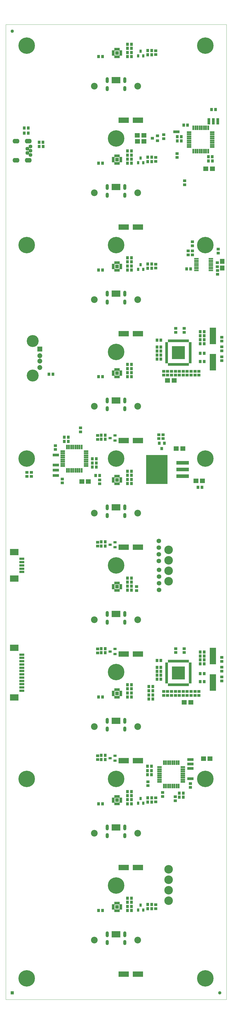
<source format=gbr>
%FSLAX35Y35*%
%MOIN*%
G04 EasyPC Gerber Version 18.0.8 Build 3632 *
%ADD157O,0.04937X0.07693*%
%ADD156O,0.04937X0.08874*%
%ADD122R,0.02102X0.04150*%
%ADD155R,0.02575X0.09661*%
%ADD133R,0.02969X0.06906*%
%ADD126R,0.03362X0.04543*%
%ADD136R,0.04150X0.04543*%
%ADD128R,0.04150X0.04937*%
%ADD140R,0.04150X0.09661*%
%ADD134R,0.06906X0.07299*%
%ADD131R,0.09268X0.24622*%
%ADD152R,0.32102X0.43520*%
%ADD150R,0.04937X0.04937*%
%ADD154O,0.10449X0.06906*%
%ADD123R,0.04150X0.02102*%
%ADD159R,0.06512X0.02378*%
%ADD132R,0.06906X0.02969*%
%ADD135R,0.04543X0.03362*%
%ADD137R,0.07299X0.03756*%
%ADD139R,0.04543X0.04150*%
%ADD130R,0.04937X0.04150*%
%ADD83R,0.09661X0.04150*%
%ADD151R,0.19110X0.05331*%
%ADD125R,0.05724X0.05724*%
%ADD76R,0.07299X0.07299*%
%ADD124R,0.19504X0.19504*%
%ADD10C,0.00472*%
%ADD75C,0.03756*%
%ADD74C,0.04150*%
%ADD121C,0.04937*%
%ADD153C,0.05724*%
%ADD80C,0.06906*%
%ADD77C,0.07299*%
%ADD158C,0.10055*%
%ADD79C,0.12811*%
%ADD78C,0.17929*%
%ADD81C,0.24622*%
%ADD129R,0.07299X0.06906*%
%ADD127R,0.15173X0.08087*%
%ADD138R,0.12811X0.09268*%
X0Y0D02*
D02*
D10*
X78745Y177195D02*
X409454D01*
Y1637038*
X78745*
Y177195*
D02*
D74*
X330512Y659055D03*
Y663780D03*
Y668504D03*
Y673228D03*
Y1138583D03*
Y1143307D03*
Y1148031D03*
Y1152756D03*
X335236Y659055D03*
Y663780D03*
Y668504D03*
Y673228D03*
Y1138583D03*
Y1143307D03*
Y1148031D03*
Y1152756D03*
X339961Y659055D03*
Y663780D03*
Y668504D03*
Y673228D03*
Y1138583D03*
Y1143307D03*
Y1148031D03*
Y1152756D03*
X344685Y659055D03*
Y663780D03*
Y668504D03*
Y673228D03*
Y1138583D03*
Y1143307D03*
Y1148031D03*
Y1152756D03*
D02*
D75*
X245630Y315787D03*
Y475630D03*
Y635472D03*
Y795315D03*
Y955157D03*
Y1115000D03*
Y1274843D03*
Y1434685D03*
Y1594528D03*
D02*
D76*
X129795Y1150984D03*
D02*
D77*
Y1123425D03*
Y1133268D03*
Y1141142D03*
D02*
D78*
X119126Y1111339D03*
Y1163071D03*
D02*
D79*
X322835Y325236D03*
Y340827D03*
Y356417D03*
Y372008D03*
Y803583D03*
Y819173D03*
Y834764D03*
Y850354D03*
D02*
D80*
X308268Y833819D03*
Y843819D03*
Y853819D03*
Y863819D03*
X308465Y790512D03*
Y800512D03*
Y810512D03*
Y820512D03*
D02*
D81*
X110236Y208661D03*
Y507480D03*
Y987008D03*
Y1306693D03*
Y1605512D03*
X244094Y347638D03*
Y507480D03*
Y667323D03*
Y827165D03*
Y987008D03*
Y1146850D03*
Y1306693D03*
Y1466535D03*
X377953Y208661D03*
Y507480D03*
Y987008D03*
Y1306693D03*
Y1605512D03*
D02*
D83*
X153740Y961811D03*
Y969685D03*
Y977559D03*
Y992402D03*
X334685Y1476457D03*
X355709Y507638D03*
Y523228D03*
Y529921D03*
Y536614D03*
D02*
D121*
X88583Y1627165D03*
X399606Y187008D03*
D02*
D122*
X242677Y310177D03*
Y321398D03*
Y470020D03*
Y481240D03*
Y629862D03*
Y641083D03*
Y789705D03*
Y800925D03*
Y949547D03*
Y960768D03*
Y1109390D03*
Y1120610D03*
Y1269232D03*
Y1280453D03*
Y1429075D03*
Y1440295D03*
Y1588917D03*
Y1600138D03*
X244646Y310177D03*
Y321398D03*
Y470020D03*
Y481240D03*
Y629862D03*
Y641083D03*
Y789705D03*
Y800925D03*
Y949547D03*
Y960768D03*
Y1109390D03*
Y1120610D03*
Y1269232D03*
Y1280453D03*
Y1429075D03*
Y1440295D03*
Y1588917D03*
Y1600138D03*
X246614Y310177D03*
Y321398D03*
Y470020D03*
Y481240D03*
Y629862D03*
Y641083D03*
Y789705D03*
Y800925D03*
Y949547D03*
Y960768D03*
Y1109390D03*
Y1120610D03*
Y1269232D03*
Y1280453D03*
Y1429075D03*
Y1440295D03*
Y1588917D03*
Y1600138D03*
X248583Y310177D03*
Y321398D03*
Y470020D03*
Y481240D03*
Y629862D03*
Y641083D03*
Y789705D03*
Y800925D03*
Y949547D03*
Y960768D03*
Y1109390D03*
Y1120610D03*
Y1269232D03*
Y1280453D03*
Y1429075D03*
Y1440295D03*
Y1588917D03*
Y1600138D03*
X322835Y648425D03*
Y683858D03*
Y1127953D03*
Y1163386D03*
X324803Y648425D03*
Y683858D03*
Y1127953D03*
Y1163386D03*
X326772Y648425D03*
Y683858D03*
Y1127953D03*
Y1163386D03*
X328740Y648425D03*
Y683858D03*
Y1127953D03*
Y1163386D03*
X330709Y648425D03*
Y683858D03*
Y1127953D03*
Y1163386D03*
X332677Y648425D03*
Y683858D03*
Y1127953D03*
Y1163386D03*
X334646Y648425D03*
Y683858D03*
Y1127953D03*
Y1163386D03*
X336614Y648425D03*
Y683858D03*
Y1127953D03*
Y1163386D03*
X338583Y648425D03*
Y683858D03*
Y1127953D03*
Y1163386D03*
X340551Y648425D03*
Y683858D03*
Y1127953D03*
Y1163386D03*
X342520Y648425D03*
Y683858D03*
Y1127953D03*
Y1163386D03*
X344488Y648425D03*
Y683858D03*
Y1127953D03*
Y1163386D03*
X346457Y648425D03*
Y683858D03*
Y1127953D03*
Y1163386D03*
X348425Y648425D03*
Y683858D03*
Y1127953D03*
Y1163386D03*
X350394Y648425D03*
Y683858D03*
Y1127953D03*
Y1163386D03*
X352362Y648425D03*
Y683858D03*
Y1127953D03*
Y1163386D03*
D02*
D123*
X240020Y312835D03*
Y314803D03*
Y316772D03*
Y318740D03*
Y472677D03*
Y474646D03*
Y476614D03*
Y478583D03*
Y632520D03*
Y634488D03*
Y636457D03*
Y638425D03*
Y792362D03*
Y794331D03*
Y796299D03*
Y798268D03*
Y952205D03*
Y954173D03*
Y956142D03*
Y958110D03*
Y1112047D03*
Y1114016D03*
Y1115984D03*
Y1117953D03*
Y1271890D03*
Y1273858D03*
Y1275827D03*
Y1277795D03*
Y1431732D03*
Y1433701D03*
Y1435669D03*
Y1437638D03*
Y1591575D03*
Y1593543D03*
Y1595512D03*
Y1597480D03*
X251240Y312835D03*
Y314803D03*
Y316772D03*
Y318740D03*
Y472677D03*
Y474646D03*
Y476614D03*
Y478583D03*
Y632520D03*
Y634488D03*
Y636457D03*
Y638425D03*
Y792362D03*
Y794331D03*
Y796299D03*
Y798268D03*
Y952205D03*
Y954173D03*
Y956142D03*
Y958110D03*
Y1112047D03*
Y1114016D03*
Y1115984D03*
Y1117953D03*
Y1271890D03*
Y1273858D03*
Y1275827D03*
Y1277795D03*
Y1431732D03*
Y1433701D03*
Y1435669D03*
Y1437638D03*
Y1591575D03*
Y1593543D03*
Y1595512D03*
Y1597480D03*
X319882Y651378D03*
Y653346D03*
Y655315D03*
Y657283D03*
Y659252D03*
Y661220D03*
Y663189D03*
Y665157D03*
Y667126D03*
Y669094D03*
Y671063D03*
Y673031D03*
Y675000D03*
Y676969D03*
Y678937D03*
Y680906D03*
Y1130906D03*
Y1132874D03*
Y1134843D03*
Y1136811D03*
Y1138780D03*
Y1140748D03*
Y1142717D03*
Y1144685D03*
Y1146654D03*
Y1148622D03*
Y1150591D03*
Y1152559D03*
Y1154528D03*
Y1156496D03*
Y1158465D03*
Y1160433D03*
X355315Y651378D03*
Y653346D03*
Y655315D03*
Y657283D03*
Y659252D03*
Y661220D03*
Y663189D03*
Y665157D03*
Y667126D03*
Y669094D03*
Y671063D03*
Y673031D03*
Y675000D03*
Y676969D03*
Y678937D03*
Y680906D03*
Y1130906D03*
Y1132874D03*
Y1134843D03*
Y1136811D03*
Y1138780D03*
Y1140748D03*
Y1142717D03*
Y1144685D03*
Y1146654D03*
Y1148622D03*
Y1150591D03*
Y1152559D03*
Y1154528D03*
Y1156496D03*
Y1158465D03*
Y1160433D03*
D02*
D124*
X337598Y666142D03*
Y1145669D03*
D02*
D125*
X245630Y315787D03*
Y475630D03*
Y635472D03*
Y795315D03*
Y955157D03*
Y1115000D03*
Y1274843D03*
Y1434685D03*
Y1594528D03*
D02*
D126*
X277283Y311260D03*
Y471102D03*
Y1270315D03*
Y1430157D03*
Y1590000D03*
X281024Y318346D03*
Y478189D03*
Y1277402D03*
Y1437244D03*
Y1597087D03*
X284764Y311260D03*
Y471102D03*
Y1270315D03*
Y1430157D03*
Y1590000D03*
D02*
D127*
X255669Y215039D03*
Y374882D03*
Y534724D03*
Y694567D03*
Y854409D03*
Y1014252D03*
Y1174094D03*
Y1333937D03*
Y1493780D03*
X276929Y215039D03*
Y374882D03*
Y534724D03*
Y694567D03*
Y854409D03*
Y1014252D03*
Y1174094D03*
Y1333937D03*
Y1493780D03*
D02*
D128*
X106654Y1474291D03*
Y1482047D03*
X112559Y1474291D03*
Y1482047D03*
X128819Y1460709D03*
X128898Y1454370D03*
X134724Y1460709D03*
X134803Y1454370D03*
X143504Y1113583D03*
X149409D03*
X166614Y1018976D03*
X166693Y1012874D03*
X172520Y1018976D03*
X172598Y1012874D03*
X208583Y986693D03*
X208622Y974370D03*
Y980512D03*
X213543Y961890D03*
X214488Y986693D03*
X214528Y974370D03*
Y980512D03*
X218031Y310433D03*
Y470276D03*
Y630118D03*
Y1109646D03*
Y1269488D03*
Y1429331D03*
Y1589173D03*
X219449Y961890D03*
X221969Y536535D03*
Y542717D03*
Y696378D03*
Y702559D03*
Y856220D03*
Y862402D03*
Y1016063D03*
Y1022244D03*
X223937Y310433D03*
Y470276D03*
Y630118D03*
Y1109646D03*
Y1269488D03*
Y1429331D03*
Y1589173D03*
X227874Y536535D03*
Y542717D03*
Y696378D03*
Y702559D03*
Y856220D03*
Y862402D03*
Y1016063D03*
Y1022244D03*
X261260Y310433D03*
Y316535D03*
Y322638D03*
Y328740D03*
Y470276D03*
Y476378D03*
Y482480D03*
Y488583D03*
Y630118D03*
Y636220D03*
Y642323D03*
Y648425D03*
Y789961D03*
Y796063D03*
Y802165D03*
Y808268D03*
Y949803D03*
Y955906D03*
Y962008D03*
Y968110D03*
Y1109646D03*
Y1115748D03*
Y1121850D03*
Y1127953D03*
Y1269488D03*
Y1275591D03*
Y1281693D03*
Y1287795D03*
Y1429331D03*
Y1435433D03*
Y1441535D03*
Y1447638D03*
Y1589173D03*
Y1595276D03*
Y1601378D03*
Y1607480D03*
X267165Y310433D03*
Y316535D03*
Y322638D03*
Y328740D03*
Y470276D03*
Y476378D03*
Y482480D03*
Y488583D03*
Y630118D03*
Y636220D03*
Y642323D03*
Y648425D03*
Y789961D03*
Y796063D03*
Y802165D03*
Y808268D03*
Y949803D03*
Y955906D03*
Y962008D03*
Y968110D03*
Y1109646D03*
Y1115748D03*
Y1121850D03*
Y1127953D03*
Y1269488D03*
Y1275591D03*
Y1281693D03*
Y1287795D03*
Y1429331D03*
Y1435433D03*
Y1441535D03*
Y1447638D03*
Y1589173D03*
Y1595276D03*
Y1601378D03*
Y1607480D03*
X291220Y513701D03*
Y519764D03*
Y526378D03*
X291535Y312992D03*
Y319409D03*
Y472835D03*
Y479252D03*
Y1272047D03*
Y1278465D03*
Y1431890D03*
Y1438307D03*
Y1591732D03*
Y1598150D03*
X293307Y626969D03*
Y633268D03*
Y639567D03*
Y645866D03*
X297126Y513701D03*
Y519764D03*
Y526378D03*
X297441Y312992D03*
Y319409D03*
Y472835D03*
Y479252D03*
Y1272047D03*
Y1278465D03*
Y1431890D03*
Y1438307D03*
Y1591732D03*
Y1598150D03*
X299213Y626969D03*
Y633268D03*
Y639567D03*
Y645866D03*
X305394Y656732D03*
Y662638D03*
Y668543D03*
Y674449D03*
Y684803D03*
Y1136260D03*
Y1142165D03*
Y1148071D03*
Y1153976D03*
Y1164331D03*
X311299Y656732D03*
Y662638D03*
Y668543D03*
Y674449D03*
Y684803D03*
Y1136260D03*
Y1142165D03*
Y1148071D03*
Y1153976D03*
Y1164331D03*
X335866Y1462913D03*
Y1469213D03*
X338976Y480157D03*
Y486220D03*
X341772Y1462913D03*
Y1469213D03*
X344882Y480157D03*
Y486220D03*
X345472Y1486339D03*
X350000Y1271260D03*
X351378Y1486339D03*
X355906Y1271260D03*
X366969Y944016D03*
X370276Y653071D03*
Y665236D03*
Y679724D03*
Y685630D03*
Y691535D03*
Y697441D03*
Y1132598D03*
Y1144764D03*
Y1159252D03*
Y1165157D03*
Y1171063D03*
Y1176969D03*
X372874Y944016D03*
X376181Y653071D03*
Y665236D03*
Y679724D03*
Y685630D03*
Y691535D03*
Y697441D03*
Y1132598D03*
Y1144764D03*
Y1159252D03*
Y1165157D03*
Y1171063D03*
Y1176969D03*
X382480Y1439213D03*
X382598Y1432874D03*
X387323Y1509803D03*
X388386Y1439213D03*
X388504Y1432874D03*
X393228Y1509803D03*
D02*
D129*
X192795Y952677D03*
X202638D03*
X275945Y1471220D03*
X276181Y1462244D03*
X285787Y1471220D03*
X286024Y1462244D03*
X321339Y1104055D03*
X331181D03*
X334252Y1002165D03*
X344094D03*
X346339Y622205D03*
X356181D03*
X363740Y953701D03*
X373583D03*
X375079Y537913D03*
X378701Y1421181D03*
X384921Y537913D03*
X388543Y1421181D03*
D02*
D130*
X110394Y960551D03*
Y966457D03*
X117165Y960551D03*
Y966457D03*
X153150Y1000709D03*
Y1006614D03*
X163622Y950669D03*
Y956575D03*
X190787Y1027047D03*
Y1032953D03*
X216417Y536339D03*
Y542244D03*
Y696181D03*
Y702087D03*
Y856024D03*
Y861929D03*
Y1015866D03*
Y1021772D03*
X219488Y949331D03*
Y955236D03*
X274961Y789488D03*
Y795394D03*
X291929Y497362D03*
Y503268D03*
X303465Y313228D03*
Y319134D03*
Y473071D03*
Y478976D03*
Y1272283D03*
Y1278189D03*
Y1432126D03*
Y1438031D03*
Y1591969D03*
Y1597874D03*
X308307Y1016969D03*
Y1022874D03*
X314016Y481142D03*
Y487047D03*
X314567Y1017008D03*
Y1022913D03*
X315433Y632441D03*
Y638346D03*
Y1111969D03*
Y1117874D03*
X315709Y1466181D03*
Y1472087D03*
X321339Y632441D03*
Y638346D03*
Y1111969D03*
Y1117874D03*
X327244Y632441D03*
Y638346D03*
Y1111969D03*
Y1117874D03*
X332953Y474921D03*
Y480827D03*
X333150Y632441D03*
Y638346D03*
Y1111969D03*
Y1117874D03*
X333583Y696654D03*
Y702559D03*
Y1176181D03*
Y1182087D03*
X335551Y1437992D03*
Y1443898D03*
X339055Y632441D03*
Y638346D03*
Y1111969D03*
Y1117874D03*
X344961Y632441D03*
Y638346D03*
Y1111969D03*
Y1117874D03*
X346142Y696654D03*
Y702559D03*
Y1176181D03*
Y1182087D03*
X346969Y1397126D03*
Y1403031D03*
X350669Y632441D03*
Y638346D03*
Y1111969D03*
Y1117874D03*
X352087Y1292244D03*
Y1298150D03*
X355669Y494685D03*
Y500591D03*
X356575Y632441D03*
Y638346D03*
Y1111969D03*
Y1117874D03*
X358465Y1305827D03*
Y1311732D03*
X358504Y1292244D03*
Y1298150D03*
X362480Y632441D03*
Y638346D03*
Y1111969D03*
Y1117874D03*
X368386Y632441D03*
Y638346D03*
Y1111969D03*
Y1117874D03*
X395866Y1274449D03*
Y1280354D03*
X396063Y1262953D03*
Y1268858D03*
X397205Y1294921D03*
Y1300827D03*
X402638Y654094D03*
Y660000D03*
Y668858D03*
Y674764D03*
Y683425D03*
Y689331D03*
Y1133622D03*
Y1139528D03*
Y1148386D03*
Y1154291D03*
Y1162953D03*
Y1168858D03*
D02*
D131*
X389094Y651929D03*
Y691299D03*
Y1131457D03*
Y1170827D03*
D02*
D132*
X164272Y976063D03*
Y979213D03*
Y982362D03*
Y985512D03*
Y988661D03*
Y991811D03*
Y994961D03*
Y998110D03*
X199114Y976063D03*
Y979213D03*
Y982362D03*
Y985512D03*
Y988661D03*
Y991811D03*
Y994961D03*
Y998110D03*
X309311Y502992D03*
Y506142D03*
Y509291D03*
Y512441D03*
Y515591D03*
Y518740D03*
Y521890D03*
Y525039D03*
X344154Y502992D03*
Y506142D03*
Y509291D03*
Y512441D03*
Y515591D03*
Y518740D03*
Y521890D03*
Y525039D03*
X353445Y1453740D03*
Y1456890D03*
Y1460039D03*
Y1463189D03*
Y1466339D03*
Y1469488D03*
Y1472638D03*
Y1475787D03*
X388287Y1453740D03*
Y1456890D03*
Y1460039D03*
Y1463189D03*
Y1466339D03*
Y1469488D03*
Y1472638D03*
Y1475787D03*
D02*
D133*
X170472Y969469D03*
Y1004311D03*
X173622Y969469D03*
Y1004311D03*
X176772Y969469D03*
Y1004311D03*
X179921Y969469D03*
Y1004311D03*
X183071Y969469D03*
Y1004311D03*
X186220Y969469D03*
Y1004311D03*
X189370Y969469D03*
Y1004311D03*
X192520Y969469D03*
Y1004311D03*
X315906Y496791D03*
Y531634D03*
X319055Y496791D03*
Y531634D03*
X322205Y496791D03*
Y531634D03*
X325354Y496791D03*
Y531634D03*
X328504Y496791D03*
Y531634D03*
X331654Y496791D03*
Y531634D03*
X334803Y496791D03*
Y531634D03*
X337953Y496791D03*
Y531634D03*
X360039Y1447539D03*
Y1482382D03*
X363189Y1447539D03*
Y1482382D03*
X366339Y1447539D03*
Y1482382D03*
X369488Y1447539D03*
Y1482382D03*
X372638Y1447539D03*
Y1482382D03*
X375787Y1447539D03*
Y1482382D03*
X378937Y1447539D03*
Y1482382D03*
X382087Y1447539D03*
Y1482382D03*
D02*
D134*
X403150Y1272441D03*
Y1282283D03*
D02*
D135*
X235315Y538386D03*
Y698228D03*
Y858071D03*
Y1017913D03*
X242402Y534646D03*
Y542126D03*
Y694488D03*
Y701969D03*
Y854331D03*
Y861811D03*
Y1014173D03*
Y1021654D03*
D02*
D136*
X308976Y1010118D03*
X312717Y1002244D03*
X316457Y1010118D03*
D02*
D137*
X102953Y639469D03*
Y644390D03*
Y649311D03*
Y654232D03*
Y659154D03*
Y664075D03*
Y668996D03*
Y673917D03*
Y678839D03*
Y683760D03*
Y688681D03*
Y693602D03*
Y817323D03*
Y822244D03*
Y827165D03*
Y832087D03*
Y837008D03*
D02*
D138*
X91535Y629429D03*
Y703642D03*
Y807283D03*
Y847047D03*
D02*
D139*
X298425Y1466693D03*
X306299Y1462953D03*
Y1470433D03*
D02*
D140*
X383268Y1492126D03*
X389961D03*
X396654D03*
D02*
D150*
X88583Y187008D03*
D02*
D151*
X343996Y960866D03*
Y970866D03*
Y980866D03*
D02*
D152*
X305217Y970768D03*
D02*
D153*
X111319Y1444882D03*
Y1451181D03*
X116043Y1441732D03*
Y1448031D03*
Y1454331D03*
D02*
D154*
X94193Y1433661D03*
Y1462402D03*
X112500Y1433661D03*
Y1462402D03*
D02*
D155*
X238976Y274902D03*
Y434744D03*
Y594587D03*
Y754429D03*
Y914272D03*
Y1074114D03*
Y1233957D03*
Y1393799D03*
Y1553642D03*
X241535Y274902D03*
Y434744D03*
Y594587D03*
Y754429D03*
Y914272D03*
Y1074114D03*
Y1233957D03*
Y1393799D03*
Y1553642D03*
X244094Y274902D03*
Y434744D03*
Y594587D03*
Y754429D03*
Y914272D03*
Y1074114D03*
Y1233957D03*
Y1393799D03*
Y1553642D03*
X246654Y274902D03*
Y434744D03*
Y594587D03*
Y754429D03*
Y914272D03*
Y1074114D03*
Y1233957D03*
Y1393799D03*
Y1553642D03*
X249213Y274902D03*
Y434744D03*
Y594587D03*
Y754429D03*
Y914272D03*
Y1074114D03*
Y1233957D03*
Y1393799D03*
Y1553642D03*
D02*
D156*
X231004Y274902D03*
Y434744D03*
Y594587D03*
Y754429D03*
Y914272D03*
Y1074114D03*
Y1233957D03*
Y1393799D03*
Y1553642D03*
X257185Y274902D03*
Y434744D03*
Y594587D03*
Y754429D03*
Y914272D03*
Y1074114D03*
Y1233957D03*
Y1393799D03*
Y1553642D03*
D02*
D157*
X231004Y262500D03*
Y422343D03*
Y582185D03*
Y742028D03*
Y901870D03*
Y1061713D03*
Y1221555D03*
Y1381398D03*
Y1541240D03*
X257185Y262500D03*
Y422343D03*
Y582185D03*
Y742028D03*
Y901870D03*
Y1061713D03*
Y1221555D03*
Y1381398D03*
Y1541240D03*
D02*
D158*
X211516Y266122D03*
Y425965D03*
Y585807D03*
Y745650D03*
Y905492D03*
Y1065335D03*
Y1225177D03*
Y1385020D03*
Y1544862D03*
X276673Y266122D03*
Y425965D03*
Y585807D03*
Y745650D03*
Y905492D03*
Y1065335D03*
Y1225177D03*
Y1385020D03*
Y1544862D03*
D02*
D159*
X364567Y1268848D03*
Y1271348D03*
Y1273848D03*
Y1276348D03*
Y1278848D03*
Y1281348D03*
Y1283848D03*
Y1286348D03*
X386220Y1268848D03*
Y1271348D03*
Y1273848D03*
Y1276348D03*
Y1278848D03*
Y1281348D03*
Y1283848D03*
Y1286348D03*
X0Y0D02*
M02*

</source>
